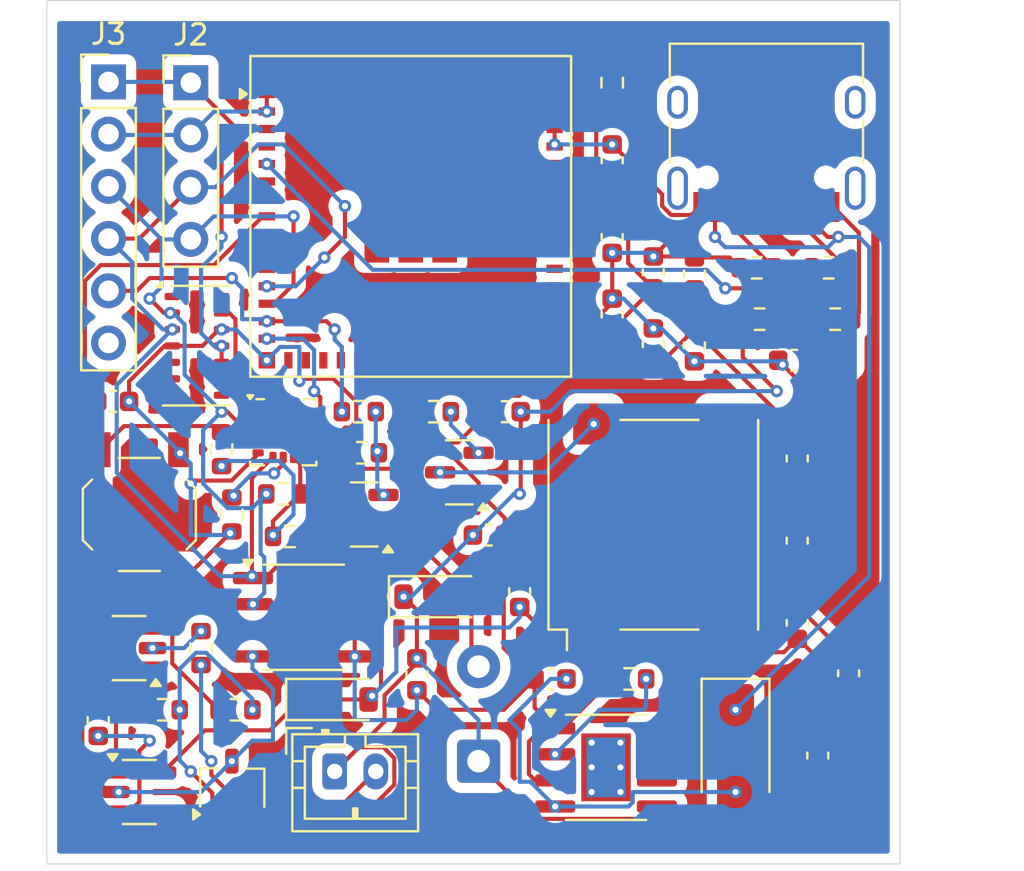
<source format=kicad_pcb>
(kicad_pcb (version 20241229) (generator "pcbnew") (generator_version "9.0")
  (layers (0 "F.Cu" signal) (2 "B.Cu" signal) (13 "F.Paste" user) (15 "B.Paste" user) (5 "F.SilkS" user "F.Silkscreen") (7 "B.SilkS" user "B.Silkscreen") (1 "F.Mask" user) (3 "B.Mask" user) (25 "Edge.Cuts" user))
  (net 0 "")
  (net 1 "B-")
  (net 2 "VBAT")
  (net 3 "Net-(BZ1--)")
  (net 4 "3V3")
  (net 5 "VCC")
  (net 6 "GND")
  (net 7 "Net-(D3-A)")
  (net 8 "GPIO4")
  (net 9 "VBAT_ADC")
  (net 10 "Net-(D1-A)")
  (net 11 "VBUS")
  (net 12 "Net-(J1-CC1)")
  (net 14 "Net-(J1-CC2)")
  (net 18 "SCL")
  (net 19 "SDA")
  (net 21 "GPIO10")
  (net 22 "Net-(Q1-E)")
  (net 23 "Net-(Q1-B)")
  (net 24 "OC")
  (net 25 "Net-(Q3-B)")
  (net 26 "Net-(U1-EN)")
  (net 27 "Net-(U2-PROG)")
  (net 28 "GPIO18")
  (net 29 "Net-(U6-CS)")
  (net 30 "Net-(U5-SDO)")
  (net 31 "Net-(U6-OC)")
  (net 32 "Net-(U6-OD)")
  (net 36 "GPIO12")
  (net 63 "GPIO11")
  (footprint "Capacitor_SMD:C_0603_1608Metric" (layer "F.Cu") (at 152 111.225 90)
    (property "Reference" "C7" (hide yes))
    (property "Value" "1µF")
  )
  (footprint "NetTie:NetTie-2_SMD_Pad0.5mm" (layer "F.Cu") (at 146.5 104.5 -90)
    (property "Reference" "NT1" (hide yes))
    (property "Value" "NetTie_2" (hide yes))
  )
  (footprint "Capacitor_SMD:C_0603_1608Metric" (layer "F.Cu") (at 160.5 95.775 90)
    (property "Reference" "C12" (hide yes))
    (property "Value" "0.1µF")
  )
  (footprint "Package_TO_SOT_SMD:SOT-23" (layer "F.Cu") (at 144.4375 107.5 180)
    (property "Reference" "Q1" (hide yes))
    (property "Value" "NPN")
  )
  (footprint "Capacitor_SMD:C_0603_1608Metric" (layer "F.Cu") (at 131.5 117.5 90)
    (property "Reference" "C1" (hide yes))
    (property "Value" "10µF")
  )
  (footprint "Resistor_SMD:R_0603_1608Metric" (layer "F.Cu") (at 167.025 95.5)
    (property "Reference" "R3" (hide yes))
    (property "Value" "5.1K")
  )
  (footprint "Connector_PinHeader_2.54mm:PinHeader_1x06_P2.54mm_Vertical" (layer "F.Cu") (at 132 86.46)
    (property "Reference" "J3")
    (property "Value" "Conn_01x06")
  )
  (footprint "Resistor_SMD:R_0603_1608Metric" (layer "F.Cu") (at 147.825 102.5)
    (property "Reference" "R8" (hide yes))
    (property "Value" "1K")
  )
  (footprint "Resistor_SMD:R_0603_1608Metric" (layer "F.Cu") (at 163.525 95.5 180)
    (property "Reference" "R2" (hide yes))
    (property "Value" "5.1K")
  )
  (footprint "Capacitor_SMD:C_0603_1608Metric" (layer "F.Cu") (at 147 115.275 -90)
    (property "Reference" "C13" (hide yes))
    (property "Value" "10µF")
  )
  (footprint "Capacitor_SMD:C_0603_1608Metric" (layer "F.Cu") (at 158.5 99.225 90)
    (property "Reference" "C20" (hide yes))
    (property "Value" "0.1µF")
  )
  (footprint "Capacitor_SMD:C_0603_1608Metric" (layer "F.Cu") (at 165.35 100)
    (property "Reference" "C11" (hide yes))
    (property "Value" "1µF")
  )
  (footprint "Resistor_SMD:R_0603_1608Metric" (layer "F.Cu") (at 134.6375 117 180)
    (property "Reference" "R_OD1" (hide yes))
    (property "Value" "100Ω")
  )
  (footprint "Connector_PinHeader_2.54mm:PinHeader_1x04_P2.54mm_Vertical" (layer "F.Cu") (at 136 86.5)
    (property "Reference" "J2")
    (property "Value" "Conn_01x04")
  )
  (footprint "Resistor_SMD:R_0603_1608Metric" (layer "F.Cu") (at 163.675 98)
    (property "Reference" "R10" (hide yes))
    (property "Value" "100K")
  )
  (footprint "Resistor_SMD:R_0603_1608Metric" (layer "F.Cu") (at 138.175 117)
    (property "Reference" "R_OC1" (hide yes))
    (property "Value" "100Ω")
  )
  (footprint "Package_TO_SOT_SMD:TSOT-23" (layer "F.Cu") (at 138 120.81 90)
    (property "Reference" "Q2" (hide yes))
    (property "Value" "Q_NMOS_GDS" (hide yes))
  )
  (footprint "Resistor_SMD:R_0603_1608Metric" (layer "F.Cu") (at 138 107.5 90)
    (property "Reference" "R14" (hide yes))
    (property "Value" "10K")
  )
  (footprint "Resistor_SMD:R_0603_1608Metric" (layer "F.Cu") (at 156.5 86.5 90)
    (property "Reference" "R1" (hide yes))
    (property "Value" "10K")
  )
  (footprint "Resistor_SMD:R_0603_1608Metric" (layer "F.Cu") (at 140.5 106.5 180)
    (property "Reference" "R6" (hide yes))
    (property "Value" "4.7K")
  )
  (footprint "Package_TO_SOT_SMD:SOT-23-6" (layer "F.Cu") (at 133 114 180)
    (property "Reference" "U6" (hide yes))
    (property "Value" "DW01A")
  )
  (footprint "Package_SO:SOIC-8-1EP_3.9x4.9mm_P1.27mm_EP2.41x3.3mm_ThermalVias" (layer "F.Cu") (at 156.2 119.8)
    (property "Reference" "U2" (hide yes))
    (property "Value" "TP4056-42-ESOP8")
  )
  (footprint "Capacitor_SMD:C_0603_1608Metric" (layer "F.Cu") (at 165.5 108.775 90)
    (property "Reference" "C8" (hide yes))
    (property "Value" "10uF")
  )
  (footprint "RF_Module:ESP32-S2-MINI-1U" (layer "F.Cu") (at 146.7 93)
    (property "Reference" "U1" (hide yes))
    (property "Value" "ESP32-S3-MINI-1U")
  )
  (footprint "Buzzer_Beeper:MagneticBuzzer_PUI_SMT-1028-T-2-R" (layer "F.Cu") (at 158.5 108 90)
    (property "Reference" "BZ1" (hide yes))
    (property "Value" "Buzzer")
  )
  (footprint "Resistor_SMD:R_0603_1608Metric" (layer "F.Cu") (at 137.5 104.325 90)
    (property "Reference" "R9" (hide yes))
    (property "Value" "10K")
  )
  (footprint "Capacitor_SMD:C_0603_1608Metric" (layer "F.Cu") (at 151.275 102.5)
    (property "Reference" "C2" (hide yes))
    (property "Value" "10µF")
  )
  (footprint "Connector_JST:JST_PH_B2B-PH-K_1x02_P2.00mm_Vertical" (layer "F.Cu") (at 143 120)
    (property "Reference" "BT1" (hide yes))
    (property "Value" "Battery")
  )
  (footprint "Capacitor_SMD:C_0603_1608Metric" (layer "F.Cu") (at 156.5 90.275 90)
    (property "Reference" "C3" (hide yes))
    (property "Value" "10µF")
  )
  (footprint "Capacitor_SMD:C_0603_1608Metric" (layer "F.Cu") (at 165.5 104.775 90)
    (property "Reference" "C15" (hide yes))
    (property "Value" "0.1µF")
  )
  (footprint "Capacitor_SMD:C_0603_1608Metric" (layer "F.Cu") (at 156.5 94 90)
    (property "Reference" "C10" (hide yes))
    (property "Value" "0.1µF")
  )
  (footprint "Resistor_SMD:R_0603_1608Metric" (layer "F.Cu") (at 136.5 114 -90)
    (property "Reference" "R12" (hide yes))
    (property "Value" "1K")
  )
  (footprint "Resistor_SMD:R_0603_1608Metric" (layer "F.Cu") (at 167.35 98)
    (property "Reference" "R11" (hide yes))
    (property "Value" "100K")
  )
  (footprint "Resistor_SMD:R_0603_1608Metric" (layer "F.Cu") (at 140.825 108.57 180)
    (property "Reference" "R5" (hide yes))
    (property "Value" "4.7K")
  )
  (footprint "Diode_SMD:D_SOD-123" (layer "F.Cu") (at 143 116.5)
    (property "Reference" "D2" (hide yes))
    (property "Value" "1N4148")
  )
  (footprint "Capacitor_SMD:C_0603_1608Metric" (layer "F.Cu") (at 156.5 97.775 90)
    (property "Reference" "C19" (hide yes))
    (property "Value" "4.7µF")
  )
  (footprint "Package_TO_SOT_SMD:SOT-23" (layer "F.Cu") (at 149.0625 105.45 180)
    (property "Reference" "Q3" (hide yes))
    (property "Value" "S8050")
  )
  (footprint "Diode_SMD:D_SOD-123" (layer "F.Cu") (at 148 111.5)
    (property "Reference" "D1" (hide yes))
    (property "Value" "D")
  )
  (footprint "Capacitor_SMD:C_0603_1608Metric" (layer "F.Cu") (at 166.5 119.225 90)
    (property "Reference" "C18" (hide yes))
    (property "Value" "0.1µF")
  )
  (footprint "Resistor_SMD:R_0603_1608Metric" (layer "F.Cu") (at 144.175 102.5)
    (property "Reference" "R7" (hide yes))
    (property "Value" "1K")
  )
  (footprint "OptoDevice:Maxim_OLGA-14_3.3x5.6mm_P0.8mm" (layer "F.Cu") (at 136.3 99.3)
    (property "Reference" "U7" (hide yes))
    (property "Value" "MAX30102")
  )
  (footprint "Capacitor_SMD:C_0603_1608Metric" (layer "F.Cu") (at 150.5 108.5)
    (property "Reference" "C14" (hide yes))
    (property "Value" "100nF")
  )
  (footprint "Capacitor_SMD:C_0603_1608Metric" (layer "F.Cu") (at 153.5 115.5 180)
    (property "Reference" "C4" (hide yes))
    (property "Value" "1µF")
  )
  (footprint "Resistor_SMD:R_0603_1608Metric" (layer "F.Cu") (at 144.325 104.5 180)
    (property "Reference" "R13" (hide yes))
    (property "Value" "10K")
  )
  (footprint "Capacitor_SMD:C_0603_1608Metric" (layer "F.Cu") (at 168 115.225 90)
    (property "Reference" "C16" (hide yes))
    (property "Value" "4.7µF")
  )
  (footprint "Package_SO:SOIC-8_3.9x4.9mm_P1.27mm" (layer "F.Cu") (at 141.5 112.5)
    (property "Reference" "U4" (hide yes))
    (property "Value" "LM75B")
  )
  (footprint "Capacitor_SMD:C_0603_1608Metric" (layer "F.Cu") (at 160.5 99.275 90)
    (property "Reference" "C6" (hide yes))
    (property "Value" "100nF")
  )
  (footprint "Capacitor_SMD:C_0603_1608Metric" (layer "F.Cu") (at 165.5 112.775 90)
    (property "Reference" "C17" (hide yes))
    (property "Value" "0.1µF")
  )
  (footprint "Connector_Wire:SolderWire-0.5sqmm_1x02_P4.6mm_D0.9mm_OD2.1mm" (layer "F.Cu") (at 150 119.5 90)
    (property "Reference" "M1" (hide yes))
    (property "Value" "Motor_DC")
  )
  (footprint "Button_Switch_SMD:SW_SPST_TL3342" (layer "F.Cu") (at 133.5 107.5 90)
    (property "Reference" "SW1" (hide yes))
    (property "Value" "SW_Push")
  )
  (footprint "Package_TO_SOT_SMD:SOT-23-5" (layer "F.Cu") (at 133.5 121)
    (property "Reference" "U3" (hide yes))
    (property "Value" "ME6211C33M5")
  )
  (footprint "Capacitor_SMD:C_0603_1608Metric" (layer "F.Cu") (at 132.225 102)
    (property "Reference" "C9" (hide yes))
    (property "Value" "0.1uF")
  )
  (footprint "Package_LGA:LGA-16_3x3mm_P0.5mm_LayoutBorder3x5y" (layer "F.Cu") (at 140.5 103.5)
    (property "Reference" "U5" (hide yes))
    (property "Value" "LIS3DH")
  )
  (footprint "Capacitor_SMD:C_0603_1608Metric" (layer "F.Cu") (at 158.5 95.725 90)
    (property "Reference" "C5" (hide yes))
    (property "Value" "1µF")
  )
  (footprint "Resistor_SMD:R_0603_1608Metric" (layer "F.Cu") (at 157.325 115.5 180)
    (property "Reference" "R4" (hide yes))
    (property "Value" "2K")
  )
  (footprint "Diode_SMD:D_SMA" (layer "F.Cu") (at 162.5 119 -90)
    (property "Reference" "D3" (hide yes))
    (property "Value" "SS14")
  )
  (footprint "Connector_USB:USB_C_Receptacle_HRO_TYPE-C-31-M-12" (layer "F.Cu") (at 164 88.5 180)
    (property "Reference" "J1" (hide yes))
    (property "Value" "USB_C_Receptacle_PowerOnly_6P")
  )
  (gr_rect (start 129 82.5) (end 170.5 124.5) (stroke (width 0.05)) (fill no) (layer "Edge.Cuts"))
  (segment (start 138.95 122.12) (end 142.88 122.12) (width 0.2) (layer "F.Cu") (net 1))
  (segment (start 137 120.17) (end 138.95 122.12) (width 0.2) (layer "F.Cu") (net 1))
  (segment (start 137 119.5) (end 137 120.17) (width 0.2) (layer "F.Cu") (net 1))
  (segment (start 142.88 122.12) (end 145 120) (width 0.2) (layer "F.Cu") (net 1))
  (via (at 137 119.5) (size 0.6) (drill 0.3) (layers "F.Cu" "B.Cu") (net 1))
  (via (at 136.5 114.825) (size 0.6) (drill 0.3) (layers "F.Cu" "B.Cu") (net 1))
  (segment (start 137 119.5) (end 136.5 119) (width 0.2) (layer "B.Cu") (net 1))
  (segment (start 136.5 119) (end 136.5 114.825) (width 0.2) (layer "B.Cu") (net 1))
  (segment (start 145.901 120.648206) (end 143.518206 123.031) (width 0.2) (layer "F.Cu") (net 2))
  (segment (start 132.3625 115.45) (end 132.3625 120) (width 0.2) (layer "F.Cu") (net 2))
  (segment (start 132.132 123.031) (end 130.724 121.623) (width 0.2) (layer "F.Cu") (net 2))
  (segment (start 130.373 116.4395) (end 130.373 121.272) (width 0.2) (layer "F.Cu") (net 2))
  (segment (start 158.074 122.306) (end 158.675 121.705) (width 0.2) (layer "F.Cu") (net 2))
  (segment (start 143 120) (end 144.176 118.824) (width 0.2) (layer "F.Cu") (net 2))
  (segment (start 162.85 98) (end 162.85 99.85) (width 0.2) (layer "F.Cu") (net 2))
  (segment (start 143.518206 123.031) (end 132.132 123.031) (width 0.2) (layer "F.Cu") (net 2))
  (segment (start 145.426 117.574) (end 143 120) (width 0.2) (layer "F.Cu") (net 2))
  (segment (start 152.05 106.45) (end 152 106.5) (width 0.2) (layer "F.Cu") (net 2))
  (segment (start 147 112.15) (end 146.35 111.5) (width 0.2) (layer "F.Cu") (net 2))
  (segment (start 162.85 99.85) (end 164.5 101.5) (width 0.2) (layer "F.Cu") (net 2))
  (segment (start 131.8625 114.95) (end 132.3625 115.45) (width 0.2) (layer "F.Cu") (net 2))
  (segment (start 147 114.5) (end 147 114.7171) (width 0.2) (layer "F.Cu") (net 2))
  (segment (start 132.3625 120) (end 132.3625 120.05) (width 0.2) (layer "F.Cu") (net 2))
  (segment (start 152.709032 122.306) (end 158.074 122.306) (width 0.2) (layer "F.Cu") (net 2))
  (segment (start 145.426 116.2911) (end 145.426 117.574) (width 0.2) (layer "F.Cu") (net 2))
  (segment (start 145.901 119.351794) (end 145.901 120.648206) (width 0.2) (layer "F.Cu") (net 2))
  (segment (start 152.05 102.5) (end 152.05 106.45) (width 0.2) (layer "F.Cu") (net 2))
  (segment (start 145.373206 118.824) (end 145.901 119.351794) (width 0.2) (layer "F.Cu") (net 2))
  (segment (start 130.40625 116.40625) (end 130.373 116.4395) (width 0.2) (layer "F.Cu") (net 2))
  (segment (start 147 114.7171) (end 145.426 116.2911) (width 0.2) (layer "F.Cu") (net 2))
  (segment (start 131.8625 114) (end 131.8625 114.95) (width 0.2) (layer "F.Cu") (net 2))
  (segment (start 150 119.596968) (end 152.709032 122.306) (width 0.2) (layer "F.Cu") (net 2))
  (segment (start 144.176 118.824) (end 145.373206 118.824) (width 0.2) (layer "F.Cu") (net 2))
  (segment (start 147 114.5) (end 147 112.15) (width 0.2) (layer "F.Cu") (net 2))
  (segment (start 130.373 121.272) (end 130.724 121.623) (width 0.2) (layer "F.Cu") (net 2))
  (segment (start 150 119.5) (end 150 119.596968) (width 0.2) (layer "F.Cu") (net 2))
  (segment (start 130.40625 116.40625) (end 131.8625 114.95) (width 0.2) (layer "F.Cu") (net 2))
  (via (at 152 106.5) (size 0.6) (drill 0.3) (layers "F.Cu" "B.Cu") (net 2))
  (via (at 152.05 102.5) (size 0.6) (drill 0.3) (layers "F.Cu" "B.Cu") (net 2))
  (via (at 147 114.5) (size 0.6) (drill 0.3) (layers "F.Cu" "B.Cu") (net 2))
  (via (at 164.5 101.5) (size 0.6) (drill 0.3) (layers "F.Cu" "B.Cu") (net 2))
  (via (at 146.35 111.5) (size 0.6) (drill 0.3) (layers "F.Cu" "B.Cu") (net 2))
  (via (at 149.725 108.5) (size 0.6) (drill 0.3) (layers "F.Cu" "B.Cu") (net 2))
  (segment (start 150 117.5) (end 150 119.5) (width 0.2) (layer "B.Cu") (net 2))
  (segment (start 164.5 101.5) (end 154.5 101.5) (width 0.2) (layer "B.Cu") (net 2))
  (segment (start 146.35 111.5) (end 146.725 111.5) (width 0.2) (layer "B.Cu") (net 2))
  (segment (start 147 114.5) (end 150 117.5) (width 0.2) (layer "B.Cu") (net 2))
  (segment (start 149.725 108.5) (end 151.725 106.5) (width 0.2) (layer "B.Cu") (net 2))
  (segment (start 154.5 101.5) (end 153.5 102.5) (width 0.2) (layer "B.Cu") (net 2))
  (segment (start 153.5 102.5) (end 152.05 102.5) (width 0.2) (layer "B.Cu") (net 2))
  (segment (start 146.725 111.5) (end 149.725 108.5) (width 0.2) (layer "B.Cu") (net 2))
  (segment (start 151.725 106.5) (end 152 106.5) (width 0.2) (layer "B.Cu") (net 2))
  (via (at 155.6 103.1) (size 0.6) (drill 0.3) (layers "F.Cu" "B.Cu") (net 3))
  (via (at 148.125 105.45) (size 0.6) (drill 0.3) (layers "F.Cu" "B.Cu") (net 3))
  (segment (start 148.125 105.45) (end 153.25 105.45) (width 0.2) (layer "B.Cu") (net 3))
  (segment (start 153.25 105.45) (end 155.6 103.1) (width 0.2) (layer "B.Cu") (net 3))
  (segment (start 156.901 114.201) (end 164.849 114.201) (width 0.2) (layer "F.Cu") (net 4))
  (segment (start 155.724 90.274) (end 155.724 88.101) (width 0.2) (layer "F.Cu") (net 4))
  (segment (start 160.5 98.5) (end 160.5 96.55) (width 0.2) (layer "F.Cu") (net 4))
  (segment (start 155.724 88.101) (end 156.5 87.325) (width 0.2) (layer "F.Cu") (net 4))
  (segment (start 137.675 100.9) (end 137.5 100.9) (width 0.2) (layer "F.Cu") (net 4))
  (segment (start 141 102.831052) (end 140.748 103.083052) (width 0.2) (layer "F.Cu") (net 4))
  (segment (start 140.748 103.916948) (end 141 104.168948) (width 0.2) (layer "F.Cu") (net 4))
  (segment (start 152.9 112.9) (end 152 112) (width 0.2) (layer "F.Cu") (net 4))
  (segment (start 138.25 88.75) (end 136 86.5) (width 0.2) (layer "F.Cu") (net 4))
  (segment (start 159 100) (end 160.5 98.5) (width 0.2) (layer "F.Cu") (net 4))
  (segment (start 143.975 110.595) (end 144.405 110.595) (width 0.2) (layer "F.Cu") (net 4))
  (segment (start 168 116) (end 167 116) (width 0.2) (layer "F.Cu") (net 4))
  (segment (start 144.405 110.595) (end 145.251 111.441) (width 0.2) (layer "F.Cu") (net 4))
  (segment (start 144.825 116.325) (end 144.65 116.5) (width 0.2) (layer "F.Cu") (net 4))
  (segment (start 140.748 103.083052) (end 140.748 103.916948) (width 0.2) (layer "F.Cu") (net 4))
  (segment (start 157.276 94.001) (end 156.5 93.225) (width 0.2) (layer "F.Cu") (net 4))
  (segment (start 165.5 113.55) (end 165.55 113.55) (width 0.2) (layer "F.Cu") (net 4))
  (segment (start 164.5 108) (end 164.5 106) (width 0.2) (layer "F.Cu") (net 4))
  (segment (start 156.5 98.5) (end 158.5 96.5) (width 0.2) (layer "F.Cu") (net 4))
  (segment (start 167 116) (end 165.5 117.5) (width 0.2) (layer "F.Cu") (net 4))
  (segment (start 165.5 108) (end 164.5 108) (width 0.2) (layer "F.Cu") (net 4))
  (segment (start 145.251 111.441) (end 145.251 115.899) (width 0.2) (layer "F.Cu") (net 4))
  (segment (start 164.5 102.5) (end 160.5 98.5) (width 0.2) (layer "F.Cu") (net 4))
  (segment (start 139.749152 101.699) (end 140.750848 101.699) (width 0.2) (layer "F.Cu") (net 4))
  (segment (start 165.5 105.55) (end 164.5 104.55) (width 0.2) (layer "F.Cu") (net 4))
  (segment (start 137.5 89.5) (end 138.25 88.75) (width 0.2) (layer "F.Cu") (net 4))
  (segment (start 141 102.275) (end 141 102.831052) (width 0.2) (layer "F.Cu") (net 4))
  (segment (start 142.351 108.971) (end 143.975 110.595) (width 0.2) (layer "F.Cu") (net 4))
  (segment (start 156.5 93.225) (end 156.5 91.05) (width 0.2) (layer "F.Cu") (net 4))
  (segment (start 134.6375 120.05) (end 136.6875 118) (width 0.2) (layer "F.Cu") (net 4))
  (segment (start 157.05 98.55) (end 158.5 100) (width 0.2) (layer "F.Cu") (net 4))
  (segment (start 142.351 107.526) (end 142.351 108.971) (width 0.2) (layer "F.Cu") (net 4))
  (segment (start 156.5 98.55) (end 156.5 98.5) (width 0.2) (layer "F.Cu") (net 4))
  (segment (start 141 104.168948) (end 141 104.725) (width 0.2) (layer "F.Cu") (net 4))
  (segment (start 165.5 119) (end 166.5 120) (width 0.2) (layer "F.Cu") (net 4))
  (segment (start 156.5 98.55) (end 157.05 98.55) (width 0.2) (layer "F.Cu") (net 4))
  (segment (start 157.276 95.276) (end 157.276 94.001) (width 0.2) (layer "F.Cu") (net 4))
  (segment (start 141 101.948152) (end 141 102.275) (width 0.2) (layer "F.Cu") (net 4))
  (segment (start 137.5 89.5) (end 137.5 94) (width 0.2) (layer "F.Cu") (net 4))
  (segment (start 140 107.825) (end 141.325 106.5) (width 0.2) (layer "F.Cu") (net 4))
  (segment (start 141.325 106.5) (end 141.325 105.05) (width 0.2) (layer "F.Cu") (net 4))
  (segment (start 139.275 102.5) (end 137.675 100.9) (width 0.2) (layer "F.Cu") (net 4))
  (segment (start 164.5 106) (end 164.95 105.55) (width 0.2) (layer "F.Cu") (net 4))
  (segment (start 155.6 112.9) (end 152.9 112.9) (width 0.2) (layer "F.Cu") (net 4))
  (segment (start 141.325 106.5) (end 142.351 107.526) (width 0.2) (layer "F.Cu") (net 4))
  (segment (start 164.849 114.201) (end 165.5 113.55) (width 0.2) (layer "F.Cu") (net 4))
  (segment (start 141.325 105.05) (end 141 104.725) (width 0.2) (layer "F.Cu") (net 4))
  (segment (start 164.5 104.55) (end 164.5 102.5) (width 0.2) (layer "F.Cu") (net 4))
  (segment (start 165.55 113.55) (end 168 116) (width 0.2) (layer "F.Cu") (net 4))
  (segment (start 165.5 117.5) (end 165.5 119) (width 0.2) (layer "F.Cu") (net 4))
  (segment (start 158.5 96.5) (end 157.276 95.276) (width 0.2) (layer "F.Cu") (net 4))
  (segment (start 140 108.57) (end 140 108.5) (width 0.2) (layer "F.Cu") (net 4))
  (segment (start 155.6 112.9) (end 156.901 114.201) (width 0.2) (layer "F.Cu") (net 4))
  (segment (start 141.35 116.5) (end 139.85 118) (width 0.2) (layer "F.Cu") (net 4))
  (segment (start 144.65 116.5) (end 141.35 116.5) (width 0.2) (layer "F.Cu") (net 4))
  (segment (start 139.7 88.75) (end 138.25 88.75) (width 0.2) (layer "F.Cu") (net 4))
  (segment (start 164.95 105.55) (end 165.5 105.55) (width 0.2) (layer "F.Cu") (net 4))
  (segment (start 140 108.5) (end 140 107.825) (width 0.2) (layer "F.Cu") (net 4))
  (segment (start 156.5 91.05) (end 155.724 90.274) (width 0.2) (layer "F.Cu") (net 4))
  (segment (start 139.85 118) (end 136.6875 118) (width 0.2) (layer "F.Cu") (net 4))
  (segment (start 158.5 100) (end 159 100) (width 0.2) (layer "F.Cu") (net 4))
  (segment (start 165.5 113.55) (end 164.5 112.55) (width 0.2) (layer "F.Cu") (net 4))
  (segment (start 137.5 100.1) (end 137.5 99.3) (width 0.2) (layer "F.Cu") (net 4))
  (segment (start 164.5 112.55) (end 164.5 108) (width 0.2) (layer "F.Cu") (net 4))
  (segment (start 139.275 102.173152) (end 139.749152 101.699) (width 0.2) (layer "F.Cu") (net 4))
  (segment (start 137.5 100.9) (end 137.5 100.1) (width 0.2) (layer "F.Cu") (net 4))
  (segment (start 139.275 102.5) (end 139.275 102.173152) (width 0.2) (layer "F.Cu") (net 4))
  (segment (start 140.750848 101.699) (end 141 101.948152) (width 0.2) (layer "F.Cu") (net 4))
  (segment (start 145.251 115.899) (end 144.825 116.325) (width 0.2) (layer "F.Cu") (net 4))
  (via (at 152 112) (size 0.6) (drill 0.3) (layers "F.Cu" "B.Cu") (net 4))
  (via (at 140 108.5) (size 0.6) (drill 0.3) (layers "F.Cu" "B.Cu") (net 4))
  (via (at 137.5 99.3) (size 0.6) (drill 0.3) (layers "F.Cu" "B.Cu") (net 4))
  (via (at 137.5 94) (size 0.6) (drill 0.3) (layers "F.Cu" "B.Cu") (net 4))
  (via (at 144.825 116.325) (size 0.6) (drill 0.3) (layers "F.Cu" "B.Cu") (net 4))
  (via (at 137.5 105.15) (size 0.6) (drill 0.3) (layers "F.Cu" "B.Cu") (net 4))
  (segment (start 152 112.5) (end 152 112) (width 0.2) (layer "B.Cu") (net 4))
  (segment (start 151.5 113) (end 152 112.5) (width 0.2) (layer "B.Cu") (net 4))
  (segment (start 137.5 99.3) (end 137.125001 99.3) (width 0.2) (layer "B.Cu") (net 4))
  (segment (start 137.751 104.899) (end 140.300791 104.899) (width 0.2) (layer "B.Cu") (net 4))
  (segment (start 141 107.5) (end 140 108.5) (width 0.2) (layer "B.Cu") (net 4))
  (segment (start 137.5 105.15) (end 137.751 104.899) (width 0.2) (layer "B.Cu") (net 4))
  (segment (start 140.300791 104.899) (end 141 105.598209) (width 0.2) (layer "B.Cu") (net 4))
  (segment (start 136.5 98.674999) (end 136.5 95.5) (width 0.2) (layer "B.Cu") (net 4))
  (segment (start 137.125001 99.3) (end 136.5 98.674999) (width 0.2) (layer "B.Cu") (net 4))
  (segment (start 135.96 86.46) (end 136 86.5) (width 0.2) (layer "B.Cu") (net 4))
  (segment (start 132 86.46) (end 135.96 86.46) (width 0.2) (layer "B.Cu") (net 4))
  (segment (start 141 105.598209) (end 141 107.5) (width 0.2) (layer "B.Cu") (net 4))
  (segment (start 137.5 94.5) (end 137.5 94) (width 0.2) (layer "B.Cu") (net 4))
  (segment (start 146 115.15) (end 146 113) (width 0.2) (layer "B.Cu") (net 4))
  (segment (start 146 113) (end 151.5 113) (width 0.2) (layer "B.Cu") (net 4))
  (segment (start 136.5 95.5) (end 137.5 94.5) (width 0.2) (layer "B.Cu") (net 4))
  (segment (start 144.825 116.325) (end 146 115.15) (width 0.2) (layer "B.Cu") (net 4))
  (segment (start 131.5 118.275) (end 131.399 118.376) (width 0.2) (layer "F.Cu") (net 5))
  (segment (start 133.5 119) (end 133.5 121.474999) (width 0.2) (layer "F.Cu") (net 5))
  (segment (start 134 118.5) (end 133.5 119) (width 0.2) (layer "F.Cu") (net 5))
  (segment (start 133.024999 121.95) (end 132.3625 121.95) (width 0.2) (layer "F.Cu") (net 5))
  (segment (start 133.5 121.474999) (end 133.024999 121.95) (width 0.2) (layer "F.Cu") (net 5))
  (via (at 134 118.5) (size 0.6) (drill 0.3) (layers "F.Cu" "B.Cu") (net 5))
  (via (at 131.5 118.275) (size 0.6) (drill 0.3) (layers "F.Cu" "B.Cu") (net 5))
  (segment (start 131.5 118.275) (end 133.775 118.275) (width 0.2) (layer "B.Cu") (net 5))
  (segment (start 133.775 118.275) (end 134 118.5) (width 0.2) (layer "B.Cu") (net 5))
  (segment (start 145.05 94.65) (end 146.7 94.65) (width 0.2) (layer "F.Cu") (net 6))
  (segment (start 135.4 104.437936) (end 135.4 104.35) (width 0.2) (layer "F.Cu") (net 6))
  (segment (start 162.2 95) (end 162.7 95.5) (width 0.2) (layer "F.Cu") (net 6))
  (segment (start 156.5 89.5) (end 158.929 91.929) (width 0.2) (layer "F.Cu") (net 6))
  (segment (start 137.988064 105.851) (end 139.275 104.564064) (width 0.2) (layer "F.Cu") (net 6))
  (segment (start 156.5 97) (end 156.5 94.775) (width 0.2) (layer "F.Cu") (net 6))
  (segment (start 137.5 113.854999) (end 137.5 112.75) (width 0.2) (layer "F.Cu") (net 6))
  (segment (start 151.275 108.5) (end 151.275 107.675) (width 0.2) (layer "F.Cu") (net 6))
  (segment (start 141.149 103.750848) (end 141.374152 103.976) (width 0.2) (layer "F.Cu") (net 6))
  (segment (start 152 110) (end 151.275 109.275) (width 0.2) (layer "F.Cu") (net 6))
  (segment (start 152.65 86) (end 152.65 86.352) (width 0.2) (layer "F.Cu") (net 6))
  (segment (start 145 86) (end 144.15 86) (width 0.2) (layer "F.Cu") (net 6))
  (segment (start 146.7 86) (end 145.85 86) (width 0.2) (layer "F.Cu") (net 6))
  (segment (start 136.573152 99.3) (end 137.373152 98.5) (width 0.2) (layer "F.Cu") (net 6))
  (segment (start 150 105.945532) (end 148.054468 104) (width 0.2) (layer "F.Cu") (net 6))
  (segment (start 141.725 103) (end 141.398152 103) (width 0.2) (layer "F.Cu") (net 6))
  (segment (start 160.45 94.95) (end 160.5 95) (width 0.2) (layer "F.Cu") (net 6))
  (segment (start 141.3849 100.899) (end 141.2839 101) (width 0.2) (layer "F.Cu") (net 6))
  (segment (start 165.5 104) (end 165.5 102) (width 0.2) (layer "F.Cu") (net 6))
  (segment (start 165.5 100.925) (end 164.7875 100.2125) (width 0.2) (layer "F.Cu") (net 6))
  (segment (start 135.4 110.65) (end 135.675 110.65) (width 0.2) (layer "F.Cu") (net 6))
  (segment (start 152 110.45) (end 152 110) (width 0.2) (layer "F.Cu") (net 6))
  (segment (start 153.7 100) (end 156.5 97.2) (width 0.2) (layer "F.Cu") (net 6))
  (segment (start 153.5 88.75) (end 153.7 88.75) (width 0.2) (layer "F.Cu") (net 6))
  (segment (start 166.5 118.45) (end 166.77511 118.45) (width 0.2) (layer "F.Cu") (net 6))
  (segment (start 151.224 111.226) (end 152 110.45) (width 0.2) (layer "F.Cu") (net 6))
  (segment (start 153.105 117.895) (end 153.725 117.895) (width 0.2) (layer "F.Cu") (net 6))
  (segment (start 142.8 103.976) (end 143.5 103.276) (width 0.2) (layer "F.Cu") (net 6))
  (segment (start 168.501 93.796) (end 167.25 92.545) (width 0.2) (layer "F.Cu") (net 6))
  (segment (start 153.725 120.435) (end 152.750001 120.435) (width 0.2) (layer "F.Cu") (net 6))
  (segment (start 165.5 112) (end 165.5 109.55) (width 0.2) (layer "F.Cu") (net 6))
  (segment (start 144.051 102.011936) (end 142.938064 100.899) (width 0.2) (layer "F.Cu") (net 6))
  (segment (start 168.175 98) (end 168.175 100.325) (width 0.2) (layer "F.Cu") (net 6))
  (segment (start 140.75 86) (end 139.7 86) (width 0.2) (layer "F.Cu") (net 6))
  (segment (start 132 121) (end 130.724 119.724) (width 0.2) (layer "F.Cu") (net 6))
  (segment (start 139.275 104.564064) (end 139.275 104.5) (width 0.2) (layer "F.Cu") (net 6))
  (segment (start 137.373152 98.5) (end 137.5 98.5) (width 0.2) (layer "F.Cu") (net 6))
  (segment (start 151.275 109.275) (end 151.275 108.5) (width 0.2) (layer "F.Cu") (net 6))
  (segment (start 158.5 94.95) (end 160.45 94.95) (width 0.2) (layer "F.Cu") (net 6))
  (segment (start 130.724 119.724) (end 130.724 117.501) (width 0.2) (layer "F.Cu") (net 6))
  (segment (start 168.501 97.674) (end 168.501 93.796) (width 0.2) (layer "F.Cu") (net 6))
  (segment (start 138.050001 114.405) (end 137.5 113.854999) (width 0.2) (layer "F.Cu") (net 6))
  (segment (start 160.5 95) (end 162.2 95) (width 0.2) (layer "F.Cu") (net 6))
  (segment (start 133 101.025001) (end 134.725001 99.3) (width 0.2) (layer "F.Cu") (net 6))
  (segment (start 151.8 86) (end 150.95 86) (width 0.2) (layer "F.Cu") (net 6))
  (segment (start 141.374152 103.976) (end 142.8 103.976) (width 0.2) (layer "F.Cu") (net 6))
  (segment (start 151.276 101.724) (end 151.976 101.724) (width 0.2) (layer "F.Cu") (net 6))
  (segment (start 146.7 86) (end 146.7 91.35) (width 0.2) (layer "F.Cu") (net 6))
  (segment (start 137.9125 108.4125) (end 138 108.325) (width 0.2) (layer "F.Cu") (net 6))
  (segment (start 139 114.405) (end 138.050001 114.405) (width 0.2) (layer "F.Cu") (net 6))
  (segment (start 146.7 91.35) (end 145.05 91.35) (width 0.2) (layer "F.Cu") (net 6))
  (segment (start 144.051 102.988064) (end 144.051 102.011936) (width 0.2) (layer "F.Cu") (net 6))
  (segment (start 152.65 86.352) (end 152.999 86.701) (width 0.2) (layer "F.Cu") (net 6))
  (segment (start 168.776 116.44911) (end 168.776 115.226) (width 0.2) (layer "F.Cu") (net 6))
  (segment (start 141.725 104) (end 141.398152 104) (width 0.2) (layer "F.Cu") (net 6))
  (segment (start 150 106.4) (end 150 105.945532) (width 0.2) (layer "F.Cu") (net 6))
  (segment (start 156.5 97.2) (end 156.5 97) (width 0.2) (layer "F.Cu") (net 6))
  (segment (start 142.5 86) (end 142.45 86) (width 0.2) (layer "F.Cu") (net 6))
  (segment (start 168.175 97.475) (end 166.2 95.5) (width 0.2) (layer "F.Cu") (net 6))
  (segment (start 151.224 113.999) (end 151.224 111.226) (width 0.2) (layer "F.Cu") (net 6))
  (segment (start 165.55 112) (end 165.5 112) (width 0.2) (layer "F.Cu") (net 6))
  (segment (start 158.929 91.929) (end 158.929 92.491074) (width 0.2) (layer "F.Cu") (net 6))
  (segment (start 139.025 114.405) (end 143.975 114.405) (width 0.2) (layer "F.Cu") (net 6))
  (segment (start 135.675 110.65) (end 137.9125 108.4125) (width 0.2) (layer "F.Cu") (net 6))
  (segment (start 158.929 92.491074) (end 159.368926 92.931) (width 0.2) (layer "F.Cu") (net 6))
  (segment (start 151.976 101.724) (end 153.7 100) (width 0.2) (layer "F.Cu") (net 6))
  (segment (start 143.5 103.276) (end 143.763064 103.276) (width 0.2) (layer "F.Cu") (net 6))
  (segment (start 168.175 98) (end 168.501 97.674) (width 0.2) (layer "F.Cu") (net 6))
  (segment (start 152.999 88.249) (end 153.5 88.75) (width 0.2) (layer "F.Cu") (net 6))
  (segment (start 147.95 117) (end 151.225 117) (width 0.2) (layer "F.Cu") (net 6))
  (segment (start 150.1 86) (end 149.25 86) (width 0.2) (layer "F.Cu") (net 6))
  (segment (start 142.938064 100.899) (end 141.3849 100.899) (width 0.2) (layer "F.Cu") (net 6))
  (segment (start 152.999 86.701) (end 152.999 88.249) (width 0.2) (layer "F.Cu") (net 6))
  (segment (start 149 104) (end 150.5 102.5) (width 0.2) (layer "F.Cu") (net 6))
  (segment (start 148.054468 104) (end 146.5 104) (width 0.2) (layer "F.Cu") (net 6))
  (segment (start 152.449 120.133999) (end 152.449 118.551) (width 0.2) (layer "F.Cu") (net 6))
  (segment (start 151.275 107.675) (end 150 106.4) (width 0.2) (layer "F.Cu") (net 6))
  (segment (start 146.7 91.35) (end 148.35 91.35) (width 0.2) (layer "F.Cu") (net 6))
  (segment (start 141.398152 103) (end 141.149 103.249152) (width 0.2) (layer "F.Cu") (net 6))
  (segment (start 153.7 89.6) (end 153.7 89.5) (width 0.2) (layer "F.Cu") (net 6))
  (segment (start 168.175 98) (end 168.175 97.475) (width 0.2) (layer "F.Cu") (net 6))
  (segment (start 130.724 117.501) (end 131.5 116.725) (width 0.2) (layer "F.Cu") (net 6))
  (segment (start 143.3 86) (end 142.5 86) (width 0.2) (layer "F.Cu") (net 6))
  (segment (start 147.55 86) (end 146.7 86) (width 0.2) (layer "F.Cu") (net 6))
  (segment (start 159.368926 92.931) (end 160.364 92.931) (width 0.2) (layer "F.Cu") (net 6))
  (segment (start 148.4 86) (end 147.55 86) (width 0.2) (layer "F.Cu") (net 6))
  (segment (start 141.398152 104) (end 141.149 103.750848) (width 0.2) (layer "F.Cu") (net 6))
  (segment (start 151.225 117) (end 152.725 115.5) (width 0.2) (layer "F.Cu") (net 6))
  (segment (start 153.7 89.5) (end 153.7 88.75) (width 0.2) (layer "F.Cu") (net 6))
  (segment (start 135.1 99.3) (end 136.573152 99.3) (width 0.2) (layer "F.Cu") (net 6))
  (segment (start 148.054468 104) (end 149 104) (width 0.2) (layer "F.Cu") (net 6))
  (segment (start 136 106) (end 136.149 105.851) (width 0.2) (layer "F.Cu") (net 6))
  (segment (start 165.5 102) (end 165.5 100.925) (width 0.2) (layer "F.Cu") (net 6))
  (segment (start 152.750001 120.435) (end 152.449 120.133999) (width 0.2) (layer "F.Cu") (net 6))
  (segment (start 150.95 86) (end 150.1 86) (width 0.2) (layer "F.Cu") (net 6))
  (segment (start 152.449 118.551) (end 153.105 117.895) (width 0.2) (layer "F.Cu") (net 6))
  (segment (start 150.5 102.5) (end 151.276 101.724) (width 0.2) (layer "F.Cu") (net 6))
  (segment (start 132.3625 121) (end 132 121) (width 0.2) (layer "F.Cu") (net 6))
  (segment (start 154.105 117.895) (end 156.5 115.5) (width 0.2) (layer "F.Cu") (net 6))
  (segment (start 145.05 93) (end 145.05 94.65) (width 0.2) (layer "F.Cu") (net 6))
  (segment (start 166.77511 118.45) (end 168.776 116.44911) (width 0.2) (layer "F.Cu") (net 6))
  (segment (start 152.725 115.5) (end 151.224 113.999) (width 0.2) (layer "F.Cu") (net 6))
  (segment (start 168 114.45) (end 165.55 112) (width 0.2) (layer "F.Cu") (net 6))
  (segment (start 158.5 94.95) (end 160.75 92.7) (width 0.2) (layer "F.Cu") (net 6))
  (segment (start 135.481032 104.518968) (end 135.4 104.437936) (width 0.2) (layer "F.Cu") (net 6))
  (segment (start 146.7 94.65) (end 148.35 94.65) (width 0.2) (layer "F.Cu") (net 6))
  (segment (start 147 116.05) (end 147.95 117) (width 0.2) (layer "F.Cu") (net 6))
  (segment (start 145.85 86) (end 145 86) (width 0.2) (layer "F.Cu") (net 6))
  (segment (start 160.75 92.7) (end 160.75 92.545) (width 0.2) (layer "F.Cu") (net 6))
  (segment (start 152.65 86) (end 151.8 86) (width 0.2) (layer "F.Cu") (net 6))
  (segment (start 143.763064 103.276) (end 144.051 102.988064) (width 0.2) (layer "F.Cu") (net 6))
  (segment (start 166.5 102) (end 165.5 102) (width 0.2) (layer "F.Cu") (net 6))
  (segment (start 146.7 91.35) (end 146.7 93) (width 0.2) (layer "F.Cu") (net 6))
  (segment (start 166.276 104.776) (end 165.5 104) (width 0.2) (layer "F.Cu") (net 6))
  (segment (start 164.7875 100.2125) (end 164.575 100) (width 0.2) (layer "F.Cu") (net 6))
  (segment (start 141.6 86) (end 140.75 86) (width 0.2) (layer "F.Cu") (net 6))
  (segment (start 149.25 86) (end 148.4 86) (width 0.2) (layer "F.Cu") (net 6))
  (segment (start 139.7 86) (end 139.7 87.05) (width 0.2) (layer "F.Cu") (net 6))
  (segment (start 153.725 117.895) (end 152.725 116.895) (width 0.2) (layer "F.Cu") (net 6))
  (segment (start 166.276 108.774) (end 166.276 104.776) (width 0.2) (layer "F.Cu") (net 6))
  (segment (start 165.5 109.55) (end 166.276 108.774) (width 0.2) (layer "F.Cu") (net 6))
  (segment (start 143.975 114.405) (end 143.975 113.135) (width 0.2) (layer "F.Cu") (net 6))
  (segment (start 148.35 91.35) (end 148.35 93) (width 0.2) (layer "F.Cu") (net 6))
  (segment (start 153.725 117.895) (end 154.105 117.895) (width 0.2) (layer "F.Cu") (net 6))
  (segment (start 143.975 113.135) (end 143.975 111.865) (width 0.2) (layer "F.Cu") (net 6))
  (segment (start 139.7 87.05) (end 139.7 87.9) (width 0.2) (layer "F.Cu") (net 6))
  (segment (start 142.5 86) (end 141.6 86) (width 0.2) (layer "F.Cu") (net 6))
  (segment (start 160.364 92.931) (end 160.75 92.545) (width 0.2) (layer "F.Cu") (net 6))
  (segment (start 137.5 112.75) (end 135.4 110.65) (width 0.2) (layer "F.Cu") (net 6))
  (segment (start 168.175 100.325) (end 166.5 102) (width 0.2) (layer "F.Cu") (net 6))
  (segment (start 144.15 86) (end 143.3 86) (width 0.2) (layer "F.Cu") (net 6))
  (segment (start 133 102) (end 133 101.025001) (width 0.2) (layer "F.Cu") (net 6))
  (segment (start 153.7 86) (end 152.999 86.701) (width 0.2) (layer "F.Cu") (net 6))
  (segment (start 134.725001 99.3) (end 135.1 99.3) (width 0.2) (layer "F.Cu") (net 6))
  (segment (start 139.025 114.405) (end 139 114.405) (width 0.2) (layer "F.Cu") (net 6))
  (segment (start 152.725 116.895) (end 152.725 115.5) (width 0.2) (layer "F.Cu") (net 6))
  (segment (start 136.149 105.851) (end 137.988064 105.851) (width 0.2) (layer "F.Cu") (net 6))
  (segment (start 168.776 115.226) (end 168 114.45) (width 0.2) (layer "F.Cu") (net 6))
  (segment (start 141.149 103.249152) (end 141.149 103.750848) (width 0.2) (layer "F.Cu") (net 6))
  (segment (start 145.05 91.35) (end 145.05 93) (width 0.2) (layer "F.Cu") (net 6))
  (via (at 156.5 89.5) (size 0.6) (drill 0.3) (layers "F.Cu" "B.Cu") (net 6))
  (via (at 139 114.405) (size 0.6) (drill 0.3) (layers "F.Cu" "B.Cu") (net 6))
  (via (at 158.5 98.45) (size 0.6) (drill 0.3) (layers "F.Cu" "B.Cu") (net 6))
  (via (at 137.9125 108.4125) (size 0.6) (drill 0.3) (layers "F.Cu" "B.Cu") (net 6))
  (via (at 133 102) (size 0.6) (drill 0.3) (layers "F.Cu" "B.Cu") (net 6))
  (via (at 139.7 87.9) (size 0.6) (drill 0.3) (layers "F.Cu" "B.Cu") (net 6))
  (via (at 153.7 89.5) (size 0.6) (drill 0.3) (layers "F.Cu" "B.Cu") (net 6))
  (via (at 138 119.5) (size 0.6) (drill 0.3) (layers "F.Cu" "B.Cu") (net 6))
  (via (at 135.481032 104.518968) (size 0.6) (drill 0.3) (layers "F.Cu" "B.Cu") (net 6))
  (via (at 141.2839 101) (size 0.6) (drill 0.3) (layers "F.Cu" "B.Cu") (net 6))
  (via (at 136 106) (size 0.6) (drill 0.3) (layers "F.Cu" "B.Cu") (net 6))
  (via (at 156.5 94.775) (size 0.6) (drill 0.3) (layers "F.Cu" "B.Cu") (net 6))
  (via (at 132.5 121) (size 0.6) (drill 0.3) (layers "F.Cu" "B.Cu") (net 6))
  (via (at 164.7875 100.2125) (size 0.6) (drill 0.3) (layers "F.Cu" "B.Cu") (net 6))
  (via (at 160.5 100.05) (size 0.6) (drill 0.3) (layers "F.Cu" "B.Cu") (net 6))
  (via (at 143.975 114.405) (size 0.6) (drill 0.3) (layers "F.Cu" "B.Cu") (net 6))
  (via (at 139.7 100) (size 0.6) (drill 0.3) (layers "F.Cu" "B.Cu") (net 6))
  (via (at 147 116.05) (size 0.6) (drill 0.3) (layers "F.Cu" "B.Cu") (net 6))
  (via (at 137.5 98.5) (size 0.6) (drill 0.3) (layers "F.Cu" "B.Cu") (net 6))
  (via (at 158.5 94.95) (size 0.6) (drill 0.3) (layers "F.Cu" "B.Cu") (net 6))
  (via (at 156.5 97) (size 0.6) (drill 0.3) (layers "F.Cu" "B.Cu") (net 6))
  (segment (start 158.5 98.45) (end 158.9 98.45) (width 0.2) (layer "B.Cu") (net 6))
  (segment (start 158.325 94.775) (end 158.5 94.95) (width 0.2) (layer "B.Cu") (net 6))
  (segment (start 147 117) (end 147 116.05) (width 0.2) (layer "B.Cu") (net 6))
  (segment (start 157.05 97) (end 158.5 98.45) (width 0.2) (layer "B.Cu") (net 6))
  (segment (start 136 106) (end 136 108.5) (width 0.2) (layer "B.Cu") (net 6))
  (segment (start 132.5 121) (end 136.5 121) (width 0.2) (layer "B.Cu") (net 6))
  (segment (start 143.975 117.475) (end 144 117.5) (width 0.2) (layer "B.Cu") (net 6))
  (segment (start 139.7 87.9) (end 137.14 87.9) (width 0.2) (layer "B.Cu") (net 6))
  (segment (start 141.2839 101) (end 141.2839 101.2161) (width 0.2) (layer "B.Cu") (net 6))
  (segment (start 136 108.5) (end 137.825 108.5) (width 0.2) (layer "B.Cu") (net 6))
  (segment (start 160.5 100.05) (end 164.625 100.05) (width 0.2) (layer "B.Cu") (net 6))
  (segment (start 146.5 117.5) (end 147 117) (width 0.2) (layer "B.Cu") (net 6))
  (segment (start 140 118.5) (end 140 116) (width 0.2) (layer "B.Cu") (net 6))
  (segment (start 156.5 94.775) (end 158.325 94.775) (width 0.2) (layer "B.Cu") (net 6))
  (segment (start 139 118.5) (end 140 118.5) (width 0.2) (layer "B.Cu") (net 6))
  (segment (start 135.481032 104.481032) (end 133 102) (width 0.2) (layer "B.Cu") (net 6))
  (segment (start 144 117.5) (end 146.5 117.5) (width 0.2) (layer "B.Cu") (net 6))
  (segment (start 138.2 98.5) (end 139.7 100) (width 0.2) (layer "B.Cu") (net 6))
  (segment (start 164.625 100.05) (end 164.7875 100.2125) (width 0.2) (layer "B.Cu") (net 6))
  (segment (start 132.3625 121) (end 132.5 121) (width 0.2) (layer "B.Cu") (net 6))
  (segment (start 137.825 108.5) (end 137.9125 108.4125) (width 0.2) (layer "B.Cu") (net 6))
  (segment (start 140.5 99.351) (end 141.2839 99.351) (width 0.2) (layer "B.Cu") (net 6))
  (segment (start 136.5 121) (end 138 119.5) (width 0.2) (layer "B.Cu") (net 6))
  (segment (start 132.04 89.04) (end 132 89) (width 0.2) (layer "B.Cu") (net 6))
  (segment (start 136 105.037936) (end 136 106) (width 0.2) (layer "B.Cu") (net 6))
  (segment (start 141.2839 99.351) (end 141.2839 101) (width 0.2) (layer "B.Cu") (net 6))
  (segment (start 139.7 100) (end 140.349 99.351) (width 0.2) (layer "B.Cu") (net 6))
  (segment (start 138 119.5) (end 139 118.5) (width 0.2) (layer "B.Cu") (net 6))
  (segment (start 135.481032 104.518968) (end 136 105.037936) (width 0.2) (layer "B.Cu") (net 6))
  (segment (start 158.9 98.45) (end 160.5 100.05) (width 0.2) (layer "B.Cu") (net 6))
  (segment (start 143.975 114.405) (end 143.975 117.475) (width 0.2) (layer "B.Cu") (net 6))
  (segment (start 137.5 98.5) (end 138.2 98.5) (width 0.2) (layer "B.Cu") (net 6))
  (segment (start 153.7 89.5) (end 156.5 89.5) (width 0.2) (layer "B.Cu") (net 6))
  (segment (start 140.349 99.351) (end 140.5 99.351) (width 0.2) (layer "B.Cu") (net 6))
  (segment (start 135.481032 104.518968) (end 135.481032 104.481032) (width 0.2) (layer "B.Cu") (net 6))
  (segment (start 139 115) (end 139 114.405) (width 0.2) (layer "B.Cu") (net 6))
  (segment (start 140 116) (end 139 115) (width 0.2) (layer "B.Cu") (net 6))
  (segment (start 136 89.04) (end 132.04 89.04) (width 0.2) (layer "B.Cu") (net 6))
  (segment (start 156.5 97) (end 157.05 97) (width 0.2) (layer "B.Cu") (net 6))
  (segment (start 137.14 87.9) (end 136 89.04) (width 0.2) (layer "B.Cu") (net 6))
  (via (at 154.275 115.5) (size 0.6) (drill 0.3) (layers "F.Cu" "B.Cu") (net 7))
  (via (at 153.725 121.705) (size 0.6) (drill 0.3) (layers "F.Cu" "B.Cu") (net 7))
  (via (at 162.5 121) (size 0.6) (drill 0.3) (layers "F.Cu" "B.Cu") (net 7))
  (segment (start 152 120.5) (end 152.52 120.5) (width 0.2) (layer "B.Cu") (net 7))
  (segment (start 153.725 121.705) (end 157.297 121.705) (width 0.2) (layer "B.Cu") (net 7))
  (segment (start 157.297 121.705) (end 157.5 121.502) (width 0.2) (layer "B.Cu") (net 7))
  (segment (start 152 118) (end 152 120.5) (width 0.2) (layer "B.Cu") (net 7))
  (segment (start 157.5 121.502) (end 157.5 121) (width 0.2) (layer "B.Cu") (net 7))
  (segment (start 151.5 117.5) (end 152 118) (width 0.2) (layer "B.Cu") (net 7))
  (segment (start 153.5 115.5) (end 151.5 117.5) (width 0.2) (layer "B.Cu") (net 7))
  (segment (start 154.275 115.5) (end 153.5 115.5) (width 0.2) (layer "B.Cu") (net 7))
  (segment (start 152.52 120.5) (end 153.725 121.705) (width 0.2) (layer "B.Cu") (net 7))
  (segment (start 157.5 121) (end 162.5 121) (width 0.2) (layer "B.Cu") (net 7))
  (segment (start 131.45 104.2) (end 131.6 104.35) (width 0.2) (layer "F.Cu") (net 8))
  (segment (start 130.849 101.399) (end 131.45 102) (width 0.2) (layer "F.Cu") (net 8))
  (segment (start 139.5 93) (end 137.131 95.369) (width 0.2) (layer "F.Cu") (net 8))
  (segment (start 131.6 104.35) (end 131.6 110.65) (width 0.2) (layer "F.Cu") (net 8))
  (segment (start 131.45 102) (end 131.45 104.2) (width 0.2) (layer "F.Cu") (net 8))
  (segment (start 137.199 103.199) (end 137.5 103.5) (width 0.2) (layer "F.Cu") (net 8))
  (segment (start 137.131 95.369) (end 131.62324 95.369) (width 0.2) (layer "F.Cu") (net 8))
  (segment (start 131.6 104.35) (end 132.751 103.199) (width 0.2) (layer "F.Cu") (net 8))
  (segment (start 130.849 96.14324) (end 130.849 101.399) (width 0.2) (layer "F.Cu") (net 8))
  (segment (start 139.7 93) (end 139.5 93) (width 0.2) (layer "F.Cu") (net 8))
  (segment (start 131.62324 95.369) (end 130.849 96.14324) (width 0.2) (layer "F.Cu") (net 8))
  (segment (start 132.751 103.199) (end 137.199 103.199) (width 0.2) (layer "F.Cu") (net 8))
  (segment (start 163 96.5) (end 162 96.5) (width 0.2) (layer "F.Cu") (net 9))
  (segment (start 166.125 98.4) (end 166.525 98) (width 0.2) (layer "F.Cu") (net 9))
  (segment (start 166.125 100) (end 166.125 98.4) (width 0.2) (layer "F.Cu") (net 9))
  (segment (start 164.5 98) (end 163 96.5) (width 0.2) (layer "F.Cu") (net 9))
  (segment (start 166.525 98) (end 164.5 98) (width 0.2) (layer "F.Cu") (net 9))
  (via (at 139.7 90.45) (size 0.6) (drill 0.3) (layers "F.Cu" "B.Cu") (net 9))
  (via (at 162 96.5) (size 0.6) (drill 0.3) (layers "F.Cu" "B.Cu") (net 9))
  (segment (start 139.7 90.45) (end 144.851 95.601) (width 0.2) (layer "B.Cu") (net 9))
  (segment (start 144.851 95.601) (end 161.101 95.601) (width 0.2) (layer "B.Cu") (net 9))
  (segment (start 161.101 95.601) (end 162 96.5) (width 0.2) (layer "B.Cu") (net 9))
  (segment (start 149.65 114.55) (end 150 114.9) (width 0.2) (layer "F.Cu") (net 10))
  (segment (start 146.6 108.45) (end 149.65 111.5) (width 0.2) (layer "F.Cu") (net 10))
  (segment (start 149.65 111.5) (end 149.65 114.55) (width 0.2) (layer "F.Cu") (net 10))
  (segment (start 145.375 108.45) (end 146.6 108.45) (width 0.2) (layer "F.Cu") (net 10))
  (segment (start 166.98 94) (end 166.45 93.47) (width 0.2) (layer "F.Cu") (net 11))
  (segment (start 167.5 94) (end 166.98 94) (width 0.2) (layer "F.Cu") (net 11))
  (segment (start 166.45 93.47) (end 166.45 92.545) (width 0.2) (layer "F.Cu") (net 11))
  (segment (start 161.5 94) (end 161.5 92.595) (width 0.2) (layer "F.Cu") (net 11))
  (via (at 161.5 94) (size 0.6) (drill 0.3) (layers "F.Cu" "B.Cu") (net 11))
  (via (at 162.5 117) (size 0.6) (drill 0.3) (layers "F.Cu" "B.Cu") (net 11))
  (via (at 167.5 94) (size 0.6) (drill 0.3) (layers "F.Cu" "B.Cu") (net 11))
  (segment (start 165.5 94.5) (end 167 94.5) (width 0.2) (layer "B.Cu") (net 11))
  (segment (start 162 94.5) (end 161.5 94) (width 0.2) (layer "B.Cu") (net 11))
  (segment (start 169 110.5) (end 169 94.5) (width 0.2) (layer "B.Cu") (net 11))
  (segment (start 168.5 94) (end 167.5 94) (width 0.2) (layer "B.Cu") (net 11))
  (segment (start 162.5 117) (end 169 110.5) (width 0.2) (layer "B.Cu") (net 11))
  (segment (start 165.5 94.5) (end 162 94.5) (width 0.2) (layer "B.Cu") (net 11))
  (segment (start 167 94.5) (end 167.5 94) (width 0.2) (layer "B.Cu") (net 11))
  (segment (start 169 94.5) (end 168.5 94) (width 0.2) (layer "B.Cu") (net 11))
  (segment (start 165.921 93.571) (end 165.299 93.571) (width 0.2) (layer "F.Cu") (net 12))
  (segment (start 165.299 93.571) (end 165.25 93.522) (width 0.2) (layer "F.Cu") (net 12))
  (segment (start 165.25 93.522) (end 165.25 92.545) (width 0.2) (layer "F.Cu") (net 12))
  (segment (start 167.85 95.5) (end 165.921 93.571) (width 0.2) (layer "F.Cu") (net 12))
  (segment (start 162.25 93.4) (end 162.25 92.545) (width 0.2) (layer "F.Cu") (net 14))
  (segment (start 164.35 95.5) (end 162.25 93.4) (width 0.2) (layer "F.Cu") (net 14))
  (segment (start 140.052 97.25) (end 141 96.302) (width 0.2) (layer "F.Cu") (net 18))
  (segment (start 139.7 97.25) (end 139.5 97.25) (width 0.2) (layer "F.Cu") (net 18))
  (segment (start 138.948152 104) (end 139.275 104) (width 0.2) (layer "F.Cu") (net 18))
  (segment (start 138.699 103.750848) (end 138.948152 104) (width 0.2) (layer "F.Cu") (net 18))
  (segment (start 137.5 102.5) (end 137.775 102.5) (width 0.2) (layer "F.Cu") (net 18))
  (segment (start 139.7 97.25) (end 140.052 97.25) (width 0.2) (layer "F.Cu") (net 18))
  (segment (start 134 97) (end 134.7 97.7) (width 0.2) (layer "F.Cu") (net 18))
  (segment (start 135 97.7) (end 135.1 97.7) (width 0.2) (layer "F.Cu") (net 18))
  (segment (start 141 96.302) (end 141 93) (width 0.2) (layer "F.Cu") (net 18))
  (segment (start 138.699 103.424) (end 138.699 103.750848) (width 0.2) (layer "F.Cu") (net 18))
  (segment (start 137.775 102.5) (end 138.699 103.424) (width 0.2) (layer "F.Cu") (net 18))
  (segment (start 134.7 97.7) (end 135 97.7) (width 0.2) (layer "F.Cu") (net 18))
  (via (at 139.025 111.865) (size 0.6) (drill 0.3) (layers "F.Cu" "B.Cu") (net 18))
  (via (at 139.675 106.5) (size 0.6) (drill 0.3) (layers "F.Cu" "B.Cu") (net 18))
  (via (at 137.5 102.5) (size 0.6) (drill 0.3) (layers "F.Cu" "B.Cu") (net 18))
  (via (at 134 97) (size 0.6) (drill 0.3) (layers "F.Cu" "B.Cu") (net 18))
  (via (at 135 97.7) (size 0.6) (drill 0.3) (layers "F.Cu" "B.Cu") (net 18))
  (via (at 141 93) (size 0.6) (drill 0.3) (layers "F.Cu" "B.Cu") (net 18))
  (segment (start 134.58 94.12) (end 134.58 96.42) (width 0.2) (layer "B.Cu") (net 18))
  (segment (start 134.58 96.42) (end 134 97) (width 0.2) (layer "B.Cu") (net 18))
  (segment (start 139.675 106.5) (end 138.9865 107.1885) (width 0.2) (layer "B.Cu") (net 18))
  (segment (start 132 91.54) (end 134.48 94.02) (width 0.2) (layer "B.Cu") (net 18))
  (segment (start 137.12 93) (end 136 94.12) (width 0.2) (layer "B.Cu") (net 18))
  (segment (start 136.601 103.399) (end 137.5 102.5) (width 0.2) (layer "B.Cu") (net 18))
  (segment (start 139.675 106.5) (end 139.399 106.776) (width 0.2) (layer "B.Cu") (net 18))
  (segment (start 137.7895 107.1885) (end 136.601 106) (width 0.2) (layer "B.Cu") (net 18))
  (segment (start 139.399 106.776) (end 139.399 109.399) (width 0.2) (layer "B.Cu") (net 18))
  (segment (start 138.9865 107.1885) (end 137.7895 107.1885) (width 0.2) (layer "B.Cu") (net 18))
  (segment (start 135.701 100.701) (end 137.5 102.5) (width 0.2) (layer "B.Cu") (net 18))
  (segment (start 134.48 94.02) (end 134.58 94.12) (width 0.2) (layer "B.Cu") (net 18))
  (segment (start 139.399 109.399) (end 139.575 109.575) (width 0.2) (layer "B.Cu") (net 18))
  (segment (start 139.575 111.315) (end 139.025 111.865) (width 0.2) (layer "B.Cu") (net 18))
  (segment (start 135.149943 97.7) (end 135.701 98.251057) (width 0.2) (layer "B.Cu") (net 18))
  (segment (start 141 93) (end 137.12 93) (width 0.2) (layer "B.Cu") (net 18))
  (segment (start 135.701 98.251057) (end 135.701 100.701) (width 0.2) (layer "B.Cu") (net 18))
  (segment (start 135 97.7) (end 135.149943 97.7) (width 0.2) (layer "B.Cu") (net 18))
  (segment (start 134.58 94.12) (end 136 94.12) (width 0.2) (layer "B.Cu") (net 18))
  (segment (start 136.601 106) (end 136.601 103.399) (width 0.2) (layer "B.Cu") (net 18))
  (segment (start 139.575 109.575) (end 139.575 111.315) (width 0.2) (layer "B.Cu") (net 18))
  (segment (start 138.974 110.5) (end 138.974 105.727905) (width 0.2) (layer "F.Cu") (net 19))
  (segment (start 139.625 110.595) (end 139.025 110.595) (width 0.2) (layer "F.Cu") (net 19))
  (segment (start 138.974 110.544) (end 138.974 110.5) (width 0.2) (layer "F.Cu") (net 19))
  (segment (start 143.5 92.5) (end 143.5 94) (width 0.2) (layer "F.Cu") (net 19))
  (segment (start 139.025 110.595) (end 138.974 110.544) (width 0.2) (layer "F.Cu") (net 19))
  (segment (start 141.65 108.57) (end 139.625 110.595) (width 0.2) (layer "F.Cu") (net 19))
  (segment (start 143.5 94) (end 142.5 95) (width 0.2) (layer "F.Cu") (net 19))
  (segment (start 138.974 105.727905) (end 139.976905 104.725) (width 0.2) (layer "F.Cu") (net 19))
  (segment (start 133.5 94.08) (end 132 94.08) (width 0.2) (layer "F.Cu") (net 19))
  (segment (start 136 91.58) (end 133.5 94.08) (width 0.2) (layer "F.Cu") (net 19))
  (segment (start 139.976905 104.725) (end 140 104.725) (width 0.2) (layer "F.Cu") (net 19))
  (via (at 138.974 110.5) (size 0.6) (drill 0.3) (layers "F.Cu" "B.Cu") (net 19))
  (via (at 143.5 92.5) (size 0.6) (drill 0.3) (layers "F.Cu" "B.Cu") (net 19))
  (via (at 135.1 98.5) (size 0.6) (drill 0.3) (layers "F.Cu" "B.Cu") (net 19))
  (via (at 139.7 96.4) (size 0.6) (drill 0.3) (layers "F.Cu" "B.Cu") (net 19))
  (via (at 142.5 95) (size 0.6) (drill 0.3) (layers "F.Cu" "B.Cu") (net 19))
  (segment (start 135.1 98.5) (end 132.399 101.201) (width 0.2) (layer "B.Cu") (net 19))
  (segment (start 133.151 95.231) (end 133.151 97.000943) (width 0.2) (layer "B.Cu") (net 19))
  (segment (start 132.399 101.201) (end 132.399 105.4661) (width 0.2) (layer "B.Cu") (net 19))
  (segment (start 141.1 96.4) (end 142.5 95) (width 0.2) (layer "B.Cu") (net 19))
  (segment (start 134.650057 98.5) (end 135.1 98.5) (width 0.2) (layer "B.Cu") (net 19))
  (segment (start 139.7 96.4) (end 141.1 96.4) (width 0.2) (layer "B.Cu") (net 19))
  (segment (start 137.4329 110.5) (end 138.974 110.5) (width 0.2) (layer "B.Cu") (net 19))
  (segment (start 136 91.58) (end 137.202081 91.58) (width 0.2) (layer "B.Cu") (net 19))
  (segment (start 140.5 89.5) (end 143.5 92.5) (width 0.2) (layer "B.Cu") (net 19))
  (segment (start 132 94.08) (end 133.151 95.231) (width 0.2) (layer "B.Cu") (net 19))
  (segment (start 139.282081 89.5) (end 140.5 89.5) (width 0.2) (layer "B.Cu") (net 19))
  (segment (start 137.202081 91.58) (end 139.282081 89.5) (width 0.2) (layer "B.Cu") (net 19))
  (segment (start 132.399 105.4661) (end 137.4329 110.5) (width 0.2) (layer "B.Cu") (net 19))
  (segment (start 133.151 97.000943) (end 134.650057 98.5) (width 0.2) (layer "B.Cu") (net 19))
  (segment (start 134 96) (end 138 96) (width 0.2) (layer "F.Cu") (net 21))
  (segment (start 139.7 98.1) (end 142.6 98.1) (width 0.2) (layer "F.Cu") (net 21))
  (segment (start 133.38 96.62) (end 134 96) (width 0.2) (layer "F.Cu") (net 21))
  (segment (start 142.6 98.1) (end 143 98.5) (width 0.2) (layer "F.Cu") (net 21))
  (segment (start 132 96.62) (end 133.38 96.62) (width 0.2) (layer "F.Cu") (net 21))
  (via (at 139.7 98.1) (size 0.6) (drill 0.3) (layers "F.Cu" "B.Cu") (net 21))
  (via (at 138 96) (size 0.6) (drill 0.3) (layers "F.Cu" "B.Cu") (net 21))
  (via (at 143.35 102.5) (size 0.6) (drill 0.3) (layers "F.Cu" "B.Cu") (net 21))
  (via (at 143 98.5) (size 0.6) (drill 0.3) (layers "F.Cu" "B.Cu") (net 21))
  (segment (start 143 99) (end 143.35 99.35) (width 0.2) (layer "B.Cu") (net 21))
  (segment (start 139.6 98) (end 139.7 98.1) (width 0.2) (layer "B.Cu") (net 21))
  (segment (start 138.5 98) (end 139.6 98) (width 0.2) (layer "B.Cu") (net 21))
  (segment (start 138 96) (end 138.5 96.5) (width 0.2) (layer "B.Cu") (net 21))
  (segment (start 138.5 96.5) (end 138.5 98) (width 0.2) (layer "B.Cu") (net 21))
  (segment (start 143.35 99.35) (end 143.35 102.5) (width 0.2) (layer "B.Cu") (net 21))
  (segment (start 143 98.5) (end 143 99) (width 0.2) (layer "B.Cu") (net 21))
  (segment (start 144.276 105.276) (end 146.224 105.276) (width 0.2) (layer "F.Cu") (net 22))
  (segment (start 146.224 105.276) (end 146.5 105) (width 0.2) (layer "F.Cu") (net 22))
  (segment (start 143.5 104.5) (end 143.5 107.5) (width 0.2) (layer "F.Cu") (net 22))
  (segment (start 143.5 104.5) (end 144.276 105.276) (width 0.2) (layer "F.Cu") (net 22))
  (segment (start 145.075 104.425) (end 145.15 104.5) (width 0.2) (layer "F.Cu") (net 23))
  (segment (start 145 104.35) (end 145.075 104.425) (width 0.2) (layer "F.Cu") (net 23))
  (segment (start 145.15 106.325) (end 145.375 106.55) (width 0.2) (layer "F.Cu") (net 23))
  (via (at 145.075 104.425) (size 0.6) (drill 0.3) (layers "F.Cu" "B.Cu") (net 23))
  (via (at 145 102.5) (size 0.6) (drill 0.3) (layers "F.Cu" "B.Cu") (net 23))
  (via (at 145.375 106.55) (size 0.6) (drill 0.3) (layers "F.Cu" "B.Cu") (net 23))
  (segment (start 145.075 104.425) (end 145.075001 106.250001) (width 0.2) (layer "B.Cu") (net 23))
  (segment (start 145 104.35) (end 145.075 104.425) (width 0.2) (layer "B.Cu") (net 23))
  (segment (start 145.075001 106.250001) (end 145.375 106.55) (width 0.2) (layer "B.Cu") (net 23))
  (segment (start 145 102.5) (end 145 104.35) (width 0.2) (layer "B.Cu") (net 23))
  (segment (start 137.05 121.05) (end 136 120) (width 0.2) (layer "F.Cu") (net 24))
  (segment (start 137.05 122.12) (end 137.05 121.05) (width 0.2) (layer "F.Cu") (net 24))
  (via (at 135.4625 117) (size 0.6) (drill 0.3) (layers "F.Cu" "B.Cu") (net 24))
  (via (at 139 117) (size 0.6) (drill 0.3) (layers "F.Cu" "B.Cu") (net 24))
  (via (at 136 120) (size 0.6) (drill 0.3) (layers "F.Cu" "B.Cu") (net 24))
  (segment (start 136.748943 114.224) (end 139 116.475057) (width 0.2) (layer "B.Cu") (net 24))
  (segment (start 135.4625 115.012557) (end 136.251057 114.224) (width 0.2) (layer "B.Cu") (net 24))
  (segment (start 139 116.475057) (end 139 117) (width 0.2) (layer "B.Cu") (net 24))
  (segment (start 135.4625 117) (end 135.4625 115.012557) (width 0.2) (layer "B.Cu") (net 24))
  (segment (start 136 120) (end 135.4625 119.4625) (width 0.2) (layer "B.Cu") (net 24))
  (segment (start 136.251057 114.224) (end 136.748943 114.224) (width 0.2) (layer "B.Cu") (net 24))
  (segment (start 135.4625 119.4625) (end 135.4625 117) (width 0.2) (layer "B.Cu") (net 24))
  (via (at 150 104.5) (size 0.6) (drill 0.3) (layers "F.Cu" "B.Cu") (net 25))
  (via (at 148.65 102.5) (size 0.6) (drill 0.3) (layers "F.Cu" "B.Cu") (net 25))
  (segment (start 148.65 103.15) (end 150 104.5) (width 0.2) (layer "B.Cu") (net 25))
  (segment (start 148.65 102.5) (end 148.65 103.15) (width 0.2) (layer "B.Cu") (net 25))
  (segment (start 153.7 87.05) (end 155.125 87.05) (width 0.2) (layer "F.Cu") (net 26))
  (segment (start 155.125 87.05) (end 156.5 85.675) (width 0.2) (layer "F.Cu") (net 26))
  (via (at 153.725 119.165) (size 0.6) (drill 0.3) (layers "F.Cu" "B.Cu") (net 27))
  (via (at 158.15 115.5) (size 0.6) (drill 0.3) (layers "F.Cu" "B.Cu") (net 27))
  (segment (start 153.725 119.165) (end 155.89 117) (width 0.2) (layer "B.Cu") (net 27))
  (segment (start 155.89 117) (end 158 117) (width 0.2) (layer "B.Cu") (net 27))
  (segment (start 158.15 116.85) (end 158.15 115.5) (width 0.2) (layer "B.Cu") (net 27))
  (segment (start 158 117) (end 158.15 116.85) (width 0.2) (layer "B.Cu") (net 27))
  (segment (start 145.85 100) (end 145.85 101.35) (width 0.2) (layer "F.Cu") (net 28))
  (segment (start 145.85 101.35) (end 147 102.5) (width 0.2) (layer "F.Cu") (net 28))
  (via (at 134.1375 114) (size 0.6) (drill 0.3) (layers "F.Cu" "B.Cu") (net 29))
  (via (at 136.5 113.175) (size 0.6) (drill 0.3) (layers "F.Cu" "B.Cu") (net 29))
  (segment (start 135.675 114) (end 136.5 113.175) (width 0.2) (layer "B.Cu") (net 29))
  (segment (start 134.1375 114) (end 135.675 114) (width 0.2) (layer "B.Cu") (net 29))
  (segment (start 138.0875 106.5875) (end 138 106.675) (width 0.2) (layer "F.Cu") (net 30))
  (segment (start 140.5 105.051848) (end 140.5 104.725) (width 0.2) (layer "F.Cu") (net 30))
  (segment (start 140.051848 105.5) (end 140.5 105.051848) (width 0.2) (layer "F.Cu") (net 30))
  (via (at 140.051848 105.5) (size 0.6) (drill 0.3) (layers "F.Cu" "B.Cu") (net 30))
  (via (at 138.0875 106.5875) (size 0.6) (drill 0.3) (layers "F.Cu" "B.Cu") (net 30))
  (segment (start 139 105.5) (end 140.051848 105.5) (width 0.2) (layer "B.Cu") (net 30))
  (segment (start 138.0875 106.4125) (end 139 105.5) (width 0.2) (layer "B.Cu") (net 30))
  (segment (start 138.0875 106.5875) (end 138.0875 106.4125) (width 0.2) (layer "B.Cu") (net 30))
  (segment (start 137.35 117) (end 135.101 114.751) (width 0.2) (layer "F.Cu") (net 31))
  (segment (start 135.101 113.351001) (end 134.799999 113.05) (width 0.2) (layer "F.Cu") (net 31))
  (segment (start 135.101 114.751) (end 135.101 113.351001) (width 0.2) (layer "F.Cu") (net 31))
  (segment (start 134.799999 113.05) (end 134.1375 113.05) (width 0.2) (layer "F.Cu") (net 31))
  (segment (start 134.1375 114.95) (end 133.8125 115.275) (width 0.2) (layer "F.Cu") (net 32))
  (segment (start 133.8125 115.275) (end 133.8125 117) (width 0.2) (layer "F.Cu") (net 32))
  (segment (start 140.75 100) (end 140.75 100.2) (width 0.2) (layer "F.Cu") (net 36))
  (segment (start 139.851 101.099) (end 138.8329 101.099) (width 0.2) (layer "F.Cu") (net 36))
  (segment (start 137.874999 97.7) (end 137.5 97.7) (width 0.2) (layer "F.Cu") (net 36))
  (segment (start 138.176 100.4421) (end 138.176 98.001001) (width 0.2) (layer "F.Cu") (net 36))
  (segment (start 138.8329 101.099) (end 138.176 100.4421) (width 0.2) (layer "F.Cu") (net 36))
  (segment (start 140.75 100.2) (end 139.851 101.099) (width 0.2) (layer "F.Cu") (net 36))
  (segment (start 138.176 98.001001) (end 137.874999 97.7) (width 0.2) (layer "F.Cu") (net 36))
  (segment (start 142.301 103.250848) (end 142.051848 103.5) (width 0.2) (layer "F.Cu") (net 63))
  (segment (start 142 101.5) (end 142.301 101.801) (width 0.2) (layer "F.Cu") (net 63))
  (segment (start 142.051848 103.5) (end 141.725 103.5) (width 0.2) (layer "F.Cu") (net 63))
  (segment (start 142.301 101.801) (end 142.301 103.250848) (width 0.2) (layer "F.Cu") (net 63))
  (via (at 142 101.5) (size 0.6) (drill 0.3) (layers "F.Cu" "B.Cu") (net 63))
  (via (at 139.7 98.95) (size 0.6) (drill 0.3) (layers "F.Cu" "B.Cu") (net 63))
  (segment (start 139.7 98.95) (end 141.45 98.95) (width 0.2) (layer "B.Cu") (net 63))
  (segment (start 142 99.5) (end 142 101.5) (width 0.2) (layer "B.Cu") (net 63))
  (segment (start 141.45 98.95) (end 142 99.5) (width 0.2) (layer "B.Cu") (net 63))
  (zone (net 0) (net_name "") (layer "F.Cu") (connect_pads (clearance 0.5)) (min_thickness 0.25) (fill yes (thermal_gap 0.5) (thermal_bridge_width 0.5) (island_removal_mode 1) (island_area_min 10))
    (polygon (pts (xy 130 84.5) (xy 130 123.5) (xy 169.5 123) (xy 169.5 84)))
  )
  (zone (net 0) (net_name "") (layer "B.Cu") (priority 1) (connect_pads (clearance 0.5)) (min_thickness 0.25) (fill yes (thermal_gap 0.5) (thermal_bridge_width 0.5) (island_removal_mode 1) (island_area_min 10))
    (polygon (pts (xy 129.5 83.5) (xy 170 83.5) (xy 170 124) (xy 129.5 124)))
  )
)
</source>
